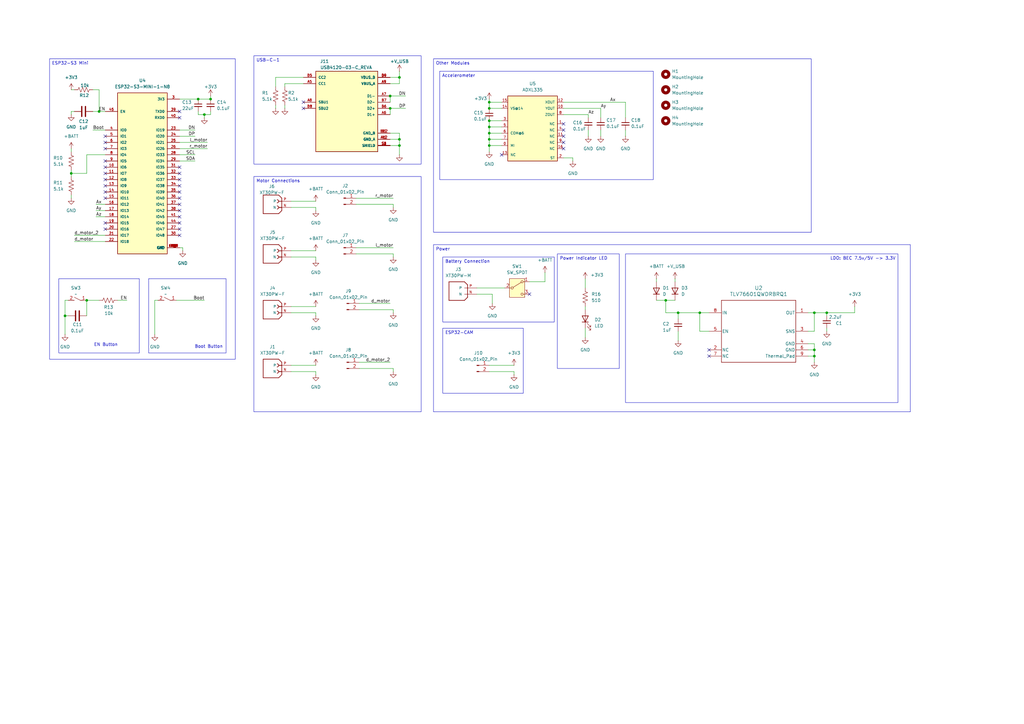
<source format=kicad_sch>
(kicad_sch (version 20231120) (generator "eeschema") (generator_version "8.0")
  (paper "A3")
  (junction (at 163.83 57.15))
  (junction (at 339.09 128.27))
  (junction (at 200.66 57.15))
  (junction (at 26.67 129.54))
  (junction (at 287.02 128.27))
  (junction (at 160.02 44.45))
  (junction (at 86.36 40.64))
  (junction (at 160.02 39.37))
  (junction (at 278.13 128.27))
  (junction (at 40.64 45.72))
  (junction (at 334.01 146.05))
  (junction (at 29.21 71.12))
  (junction (at 334.01 128.27))
  (junction (at 200.66 52.07))
  (junction (at 200.66 54.61))
  (junction (at 334.01 143.51))
  (junction (at 273.05 123.19))
  (junction (at 163.83 31.75))
  (junction (at 200.66 41.91))
  (junction (at 81.28 40.64))
  (junction (at 35.56 123.19))
  (junction (at 200.66 44.45))
  (junction (at 163.83 59.69))
  (junction (at 83.82 46.99))
  (junction (at 200.66 59.69))
  (junction (at 200.66 49.53))
  (no_connect (at 231.14 58.42))
  (no_connect (at 43.18 76.2))
  (no_connect (at 124.46 44.45))
  (no_connect (at 43.18 71.12))
  (no_connect (at 73.66 48.26))
  (no_connect (at 205.74 63.5))
  (no_connect (at 73.66 73.66))
  (no_connect (at 290.83 143.51))
  (no_connect (at 231.14 60.96))
  (no_connect (at 73.66 76.2))
  (no_connect (at 73.66 78.74))
  (no_connect (at 231.14 50.8))
  (no_connect (at 73.66 93.98))
  (no_connect (at 43.18 58.42))
  (no_connect (at 217.17 120.65))
  (no_connect (at 73.66 96.52))
  (no_connect (at 73.66 71.12))
  (no_connect (at 43.18 78.74))
  (no_connect (at 43.18 66.04))
  (no_connect (at 43.18 73.66))
  (no_connect (at 124.46 41.91))
  (no_connect (at 43.18 55.88))
  (no_connect (at 290.83 146.05))
  (no_connect (at 43.18 93.98))
  (no_connect (at 73.66 91.44))
  (no_connect (at 43.18 91.44))
  (no_connect (at 73.66 45.72))
  (no_connect (at 43.18 60.96))
  (no_connect (at 73.66 88.9))
  (no_connect (at 231.14 53.34))
  (no_connect (at 73.66 68.58))
  (no_connect (at 43.18 68.58))
  (no_connect (at 43.18 81.28))
  (no_connect (at 73.66 83.82))
  (no_connect (at 231.14 55.88))
  (no_connect (at 73.66 86.36))
  (no_connect (at 73.66 81.28))
  (wire (pts (xy 81.28 46.99) (xy 81.28 45.72)))
  (wire (pts (xy 331.47 135.89) (xy 334.01 135.89)))
  (wire (pts (xy 30.48 45.72) (xy 29.21 45.72)))
  (wire (pts (xy 73.66 55.88) (xy 80.01 55.88)))
  (wire (pts (xy 339.09 134.62) (xy 339.09 135.89)))
  (wire (pts (xy 113.03 31.75) (xy 113.03 35.56)))
  (wire (pts (xy 35.56 123.19) (xy 40.64 123.19)))
  (wire (pts (xy 200.66 54.61) (xy 200.66 57.15)))
  (wire (pts (xy 163.83 57.15) (xy 163.83 59.69)))
  (wire (pts (xy 200.66 54.61) (xy 205.74 54.61)))
  (wire (pts (xy 240.03 125.73) (xy 240.03 127)))
  (wire (pts (xy 119.38 82.55) (xy 129.54 82.55)))
  (wire (pts (xy 129.54 85.09) (xy 129.54 86.36)))
  (wire (pts (xy 116.84 44.45) (xy 116.84 43.18)))
  (wire (pts (xy 166.37 44.45) (xy 160.02 44.45)))
  (wire (pts (xy 331.47 146.05) (xy 334.01 146.05)))
  (wire (pts (xy 161.29 151.13) (xy 161.29 152.4)))
  (wire (pts (xy 339.09 128.27) (xy 339.09 129.54)))
  (wire (pts (xy 273.05 123.19) (xy 273.05 128.27)))
  (wire (pts (xy 116.84 34.29) (xy 116.84 35.56)))
  (wire (pts (xy 72.39 123.19) (xy 83.82 123.19)))
  (wire (pts (xy 200.66 59.69) (xy 200.66 62.23)))
  (wire (pts (xy 160.02 54.61) (xy 163.83 54.61)))
  (wire (pts (xy 116.84 34.29) (xy 124.46 34.29)))
  (wire (pts (xy 273.05 128.27) (xy 278.13 128.27)))
  (wire (pts (xy 160.02 34.29) (xy 163.83 34.29)))
  (wire (pts (xy 86.36 39.37) (xy 86.36 40.64)))
  (wire (pts (xy 217.17 115.57) (xy 223.52 115.57)))
  (wire (pts (xy 43.18 99.06) (xy 30.48 99.06)))
  (wire (pts (xy 119.38 105.41) (xy 129.54 105.41)))
  (wire (pts (xy 200.66 41.91) (xy 205.74 41.91)))
  (wire (pts (xy 63.5 123.19) (xy 63.5 137.16)))
  (wire (pts (xy 231.14 46.99) (xy 241.3 46.99)))
  (wire (pts (xy 161.29 127) (xy 161.29 128.27)))
  (wire (pts (xy 35.56 71.12) (xy 29.21 71.12)))
  (wire (pts (xy 119.38 152.4) (xy 129.54 152.4)))
  (wire (pts (xy 163.83 29.21) (xy 163.83 31.75)))
  (wire (pts (xy 26.67 123.19) (xy 27.94 123.19)))
  (wire (pts (xy 147.32 151.13) (xy 161.29 151.13)))
  (wire (pts (xy 231.14 41.91) (xy 256.54 41.91)))
  (wire (pts (xy 129.54 128.27) (xy 129.54 129.54)))
  (wire (pts (xy 39.37 88.9) (xy 43.18 88.9)))
  (wire (pts (xy 26.67 129.54) (xy 27.94 129.54)))
  (wire (pts (xy 287.02 128.27) (xy 287.02 135.89)))
  (wire (pts (xy 246.38 44.45) (xy 231.14 44.45)))
  (wire (pts (xy 113.03 31.75) (xy 124.46 31.75)))
  (wire (pts (xy 276.86 114.3) (xy 276.86 115.57)))
  (wire (pts (xy 86.36 46.99) (xy 86.36 45.72)))
  (wire (pts (xy 26.67 123.19) (xy 26.67 129.54)))
  (wire (pts (xy 246.38 53.34) (xy 246.38 55.88)))
  (wire (pts (xy 334.01 128.27) (xy 331.47 128.27)))
  (wire (pts (xy 278.13 130.81) (xy 278.13 128.27)))
  (wire (pts (xy 334.01 148.59) (xy 334.01 146.05)))
  (wire (pts (xy 30.48 36.83) (xy 29.21 36.83)))
  (wire (pts (xy 234.95 64.77) (xy 234.95 66.04)))
  (wire (pts (xy 161.29 104.14) (xy 161.29 105.41)))
  (wire (pts (xy 350.52 128.27) (xy 350.52 125.73)))
  (wire (pts (xy 48.26 123.19) (xy 52.07 123.19)))
  (wire (pts (xy 334.01 140.97) (xy 331.47 140.97)))
  (wire (pts (xy 43.18 63.5) (xy 35.56 63.5)))
  (wire (pts (xy 146.05 81.28) (xy 161.29 81.28)))
  (wire (pts (xy 35.56 123.19) (xy 35.56 129.54)))
  (wire (pts (xy 73.66 40.64) (xy 81.28 40.64)))
  (wire (pts (xy 163.83 31.75) (xy 163.83 34.29)))
  (wire (pts (xy 269.24 123.19) (xy 273.05 123.19)))
  (wire (pts (xy 160.02 57.15) (xy 163.83 57.15)))
  (wire (pts (xy 40.64 36.83) (xy 40.64 45.72)))
  (wire (pts (xy 119.38 125.73) (xy 129.54 125.73)))
  (wire (pts (xy 73.66 101.6) (xy 74.93 101.6)))
  (wire (pts (xy 195.58 120.65) (xy 201.93 120.65)))
  (wire (pts (xy 29.21 71.12) (xy 29.21 72.39)))
  (wire (pts (xy 256.54 41.91) (xy 256.54 48.26)))
  (wire (pts (xy 38.1 36.83) (xy 40.64 36.83)))
  (wire (pts (xy 200.66 49.53) (xy 205.74 49.53)))
  (wire (pts (xy 241.3 53.34) (xy 241.3 55.88)))
  (wire (pts (xy 331.47 143.51) (xy 334.01 143.51)))
  (wire (pts (xy 273.05 123.19) (xy 276.86 123.19)))
  (wire (pts (xy 160.02 41.91) (xy 160.02 39.37)))
  (wire (pts (xy 147.32 127) (xy 161.29 127)))
  (wire (pts (xy 119.38 128.27) (xy 129.54 128.27)))
  (wire (pts (xy 129.54 105.41) (xy 129.54 106.68)))
  (wire (pts (xy 43.18 96.52) (xy 30.48 96.52)))
  (wire (pts (xy 146.05 101.6) (xy 161.29 101.6)))
  (wire (pts (xy 200.66 59.69) (xy 205.74 59.69)))
  (wire (pts (xy 287.02 128.27) (xy 290.83 128.27)))
  (wire (pts (xy 29.21 69.85) (xy 29.21 71.12)))
  (wire (pts (xy 339.09 128.27) (xy 334.01 128.27)))
  (wire (pts (xy 73.66 58.42) (xy 85.09 58.42)))
  (wire (pts (xy 29.21 80.01) (xy 29.21 81.28)))
  (wire (pts (xy 80.01 63.5) (xy 73.66 63.5)))
  (wire (pts (xy 278.13 128.27) (xy 287.02 128.27)))
  (wire (pts (xy 147.32 148.59) (xy 160.02 148.59)))
  (wire (pts (xy 146.05 83.82) (xy 161.29 83.82)))
  (wire (pts (xy 231.14 64.77) (xy 234.95 64.77)))
  (wire (pts (xy 200.66 40.64) (xy 200.66 41.91)))
  (wire (pts (xy 166.37 39.37) (xy 160.02 39.37)))
  (wire (pts (xy 73.66 53.34) (xy 80.01 53.34)))
  (wire (pts (xy 146.05 104.14) (xy 161.29 104.14)))
  (wire (pts (xy 83.82 48.26) (xy 83.82 46.99)))
  (wire (pts (xy 334.01 146.05) (xy 334.01 143.51)))
  (wire (pts (xy 163.83 54.61) (xy 163.83 57.15)))
  (wire (pts (xy 200.66 57.15) (xy 200.66 59.69)))
  (wire (pts (xy 81.28 40.64) (xy 86.36 40.64)))
  (wire (pts (xy 40.64 45.72) (xy 43.18 45.72)))
  (wire (pts (xy 160.02 59.69) (xy 163.83 59.69)))
  (wire (pts (xy 200.66 41.91) (xy 200.66 44.45)))
  (wire (pts (xy 26.67 129.54) (xy 26.67 137.16)))
  (wire (pts (xy 200.66 149.86) (xy 210.82 149.86)))
  (wire (pts (xy 39.37 86.36) (xy 43.18 86.36)))
  (wire (pts (xy 200.66 49.53) (xy 200.66 52.07)))
  (wire (pts (xy 163.83 59.69) (xy 163.83 63.5)))
  (wire (pts (xy 83.82 46.99) (xy 86.36 46.99)))
  (wire (pts (xy 200.66 52.07) (xy 200.66 54.61)))
  (wire (pts (xy 63.5 123.19) (xy 64.77 123.19)))
  (wire (pts (xy 256.54 53.34) (xy 256.54 55.88)))
  (wire (pts (xy 113.03 44.45) (xy 113.03 43.18)))
  (wire (pts (xy 160.02 31.75) (xy 163.83 31.75)))
  (wire (pts (xy 200.66 44.45) (xy 205.74 44.45)))
  (wire (pts (xy 119.38 85.09) (xy 129.54 85.09)))
  (wire (pts (xy 334.01 135.89) (xy 334.01 128.27)))
  (wire (pts (xy 161.29 83.82) (xy 161.29 85.09)))
  (wire (pts (xy 29.21 45.72) (xy 29.21 46.99)))
  (wire (pts (xy 241.3 46.99) (xy 241.3 48.26)))
  (wire (pts (xy 160.02 46.99) (xy 160.02 44.45)))
  (wire (pts (xy 73.66 60.96) (xy 85.09 60.96)))
  (wire (pts (xy 200.66 57.15) (xy 205.74 57.15)))
  (wire (pts (xy 129.54 152.4) (xy 129.54 153.67)))
  (wire (pts (xy 119.38 149.86) (xy 129.54 149.86)))
  (wire (pts (xy 269.24 114.3) (xy 269.24 115.57)))
  (wire (pts (xy 81.28 46.99) (xy 83.82 46.99)))
  (wire (pts (xy 278.13 135.89) (xy 278.13 139.7)))
  (wire (pts (xy 35.56 63.5) (xy 35.56 71.12)))
  (wire (pts (xy 29.21 60.96) (xy 29.21 62.23)))
  (wire (pts (xy 195.58 118.11) (xy 207.01 118.11)))
  (wire (pts (xy 39.37 83.82) (xy 43.18 83.82)))
  (wire (pts (xy 200.66 152.4) (xy 210.82 152.4)))
  (wire (pts (xy 80.01 66.04) (xy 73.66 66.04)))
  (wire (pts (xy 350.52 128.27) (xy 339.09 128.27)))
  (wire (pts (xy 223.52 111.76) (xy 223.52 115.57)))
  (wire (pts (xy 287.02 135.89) (xy 290.83 135.89)))
  (wire (pts (xy 38.1 45.72) (xy 40.64 45.72)))
  (wire (pts (xy 246.38 48.26) (xy 246.38 44.45)))
  (wire (pts (xy 240.03 114.3) (xy 240.03 118.11)))
  (wire (pts (xy 119.38 102.87) (xy 129.54 102.87)))
  (wire (pts (xy 147.32 124.46) (xy 160.02 124.46)))
  (wire (pts (xy 210.82 152.4) (xy 210.82 153.67)))
  (wire (pts (xy 38.1 53.34) (xy 43.18 53.34)))
  (wire (pts (xy 240.03 134.62) (xy 240.03 138.43)))
  (wire (pts (xy 74.93 101.6) (xy 74.93 102.87)))
  (wire (pts (xy 334.01 143.51) (xy 334.01 140.97)))
  (wire (pts (xy 201.93 120.65) (xy 201.93 124.46)))
  (wire (pts (xy 200.66 52.07) (xy 205.74 52.07)))
  (rectangle (start 24.13 114.3) (end 57.15 144.78))
  (rectangle (start 60.96 114.3) (end 92.71 144.78))
  (text_box "LDO: BEC 7.5v/5V -> 3.3V\n" (at 256.54 104.14 0) (size 111.76 60.96) (effects (font (size 1.27 1.27)) (justify right top)))
  (text_box "USB-C-1\n" (at 104.14 22.86 0) (size 68.58 44.45) (effects (font (size 1.27 1.27)) (justify left top)))
  (text_box "Other Modules\n" (at 177.8 24.13 0) (size 154.94 71.12) (effects (font (size 1.27 1.27)) (justify left top)))
  (text_box "ESP32-S3 Mini\n" (at 20.32 24.13 0) (size 76.2 123.19) (effects (font (size 1.27 1.27)) (justify left top)))
  (text_box "Accelerometer\n" (at 180.34 29.21 0) (size 87.63 44.45) (effects (font (size 1.27 1.27)) (justify left top)))
  (text_box "Power" (at 177.8 100.33 0) (size 195.58 68.58) (effects (font (size 1.27 1.27)) (justify left top)))
  (text_box "Motor Connections\n" (at 104.14 72.39 0) (size 68.58 96.52) (effects (font (size 1.27 1.27)) (justify left top)))
  (text_box "ESP32-CAM\n" (at 181.61 134.62 0) (size 33.02 26.67) (effects (font (size 1.27 1.27)) (justify left top)))
  (text_box "Battery Connection \n" (at 181.61 105.41 0) (size 45.72 26.67) (effects (font (size 1.27 1.27)) (justify left top)))
  (text_box "Power Indicator LED" (at 228.6 104.14 0) (size 25.4 46.99) (effects (font (size 1.27 1.27)) (justify left top)))
  (text "Boot Button \n" (at 86.106 142.24 0) (effects (font (size 1.27 1.27))))
  (text "EN Button\n" (at 43.434 141.478 0) (effects (font (size 1.27 1.27))))
  (label "Boot" (at 83.82 123.19 180))
  (label "Ay" (at 39.37 86.36 0))
  (label "Ax" (at 250.19 41.91 0))
  (label "r_motor" (at 161.29 81.28 180))
  (label "SDA" (at 80.01 66.04 180))
  (label "EN" (at 43.18 45.72 180))
  (label "d_motor" (at 30.48 99.06 0))
  (label "Az" (at 241.3 46.99 0))
  (label "SCL" (at 80.01 63.5 180))
  (label "l_motor" (at 85.09 58.42 180))
  (label "d_motor_2" (at 160.02 148.59 180))
  (label "DP" (at 80.01 55.88 180))
  (label "DN" (at 166.37 39.37 180))
  (label "DN" (at 80.01 53.34 180))
  (label "r_motor" (at 85.09 60.96 180))
  (label "Az" (at 39.37 88.9 0))
  (label "d_motor_2" (at 30.48 96.52 0))
  (label "DP" (at 166.37 44.45 180))
  (label "Ay" (at 246.38 44.45 0))
  (label "Boot" (at 38.1 53.34 0))
  (label "EN" (at 52.07 123.19 180))
  (label "d_motor" (at 160.02 124.46 180))
  (label "Ax" (at 39.37 83.82 0))
  (label "l_motor" (at 161.29 101.6 180))
  (symbol (lib_id "Connector:Conn_01x02_Pin") (at 195.58 149.86 0) (unit 1)
    (property "Reference" "J10" (at 196.215 144.78 0))
    (property "Value" "Conn_01x02_Pin" (at 196.215 147.32 0))
    (property "Footprint" "Connector_PinHeader_2.54mm:PinHeader_1x02_P2.54mm_Horizontal" (effects (hide yes)))
    (property "Description" "Generic connector, single row, 01x02, script generated" (effects (hide yes)))
  )
  (symbol (lib_id "TLV6601:TLV76601QWDRBRQ1") (at 290.83 128.27 0) (unit 1)
    (property "Reference" "U2" (at 311.15 118.11 0) (effects (font (size 1.524 1.524))))
    (property "Value" "TLV76601QWDRBRQ1" (at 311.15 120.65 0) (effects (font (size 1.524 1.524))))
    (property "Footprint" "TLV76601:DRB0008J-IPC_A" (effects (hide yes)))
    (property "Datasheet" "TLV76601QWDRBRQ1" (effects (hide yes)))
    (property "MANUFACTURER" "TLV76633QWDRBRQ1" (effects (hide yes)))
  )
  (symbol (lib_id "Mechanical:MountingHole") (at 273.05 30.48 0) (unit 1)
    (property "Reference" "H1" (at 275.59 29.2099 0) (effects (justify left)))
    (property "Value" "MountingHole" (at 275.59 31.7499 0) (effects (justify left)))
    (property "Footprint" "MountingHole:MountingHole_3.2mm_M3_DIN965" (effects (hide yes)))
    (property "Description" "Mounting Hole without connection" (effects (hide yes)))
  )
  (symbol (lib_id "power:+3V3") (at 29.21 36.83 0) (unit 1)
    (property "Reference" "#PWR039" (effects (hide yes)))
    (property "Value" "+3V3" (at 29.21 31.75 0))
    (property "Description" "Power symbol creates a global label with name \"+3V3\"" (effects (hide yes)))
  )
  (symbol (lib_id "Device:C_Small") (at 339.09 132.08 180) (unit 1)
    (property "Reference" "C1" (at 345.44 132.588 0) (effects (justify left)))
    (property "Value" "2.2uF" (at 345.44 130.048 0) (effects (justify left)))
    (property "Footprint" "Capacitor_SMD:C_0402_1005Metric" (effects (hide yes)))
    (property "Description" "Unpolarized capacitor, small symbol" (effects (hide yes)))
    (property "MANUFACTURER" "GRM155R71C104JA88D" (effects (hide yes)))
  )
  (symbol (lib_id "Connector:Conn_01x02_Pin") (at 140.97 81.28 0) (unit 1)
    (property "Reference" "J2" (at 141.605 76.2 0))
    (property "Value" "Conn_01x02_Pin" (at 141.605 78.74 0))
    (property "Footprint" "Connector_PinHeader_2.54mm:PinHeader_1x02_P2.54mm_Horizontal" (effects (hide yes)))
    (property "Description" "Generic connector, single row, 01x02, script generated" (effects (hide yes)))
  )
  (symbol (lib_id "power:GND") (at 234.95 66.04 0) (unit 1)
    (property "Reference" "#PWR09" (effects (hide yes)))
    (property "Value" "GND" (at 234.95 71.12 0))
    (property "Description" "Power symbol creates a global label with name \"GND\" , ground" (effects (hide yes)))
  )
  (symbol (lib_id "Switch:SW_SPDT") (at 212.09 118.11 0) (unit 1)
    (property "Reference" "SW1" (at 212.09 109.22 0))
    (property "Value" "SW_SPDT" (at 212.09 111.76 0))
    (property "Footprint" "JS102011JAQN:SW_JS102011JAQN" (effects (hide yes)))
    (property "Description" "Switch, single pole double throw" (effects (hide yes)))
  )
  (symbol (lib_id "power:GND") (at 200.66 62.23 0) (unit 1)
    (property "Reference" "#PWR060" (effects (hide yes)))
    (property "Value" "GND" (at 200.66 67.31 0))
    (property "Description" "Power symbol creates a global label with name \"GND\" , ground" (effects (hide yes)))
  )
  (symbol (lib_id "Device:R_US") (at 29.21 76.2 0) (unit 1)
    (property "Reference" "R11" (at 21.844 74.93 0) (effects (justify left)))
    (property "Value" "5.1k" (at 21.844 77.47 0) (effects (justify left)))
    (property "Footprint" "Resistor_SMD:R_0402_1005Metric" (effects (hide yes)))
    (property "Description" "Resistor, US symbol" (effects (hide yes)))
    (property "MANUFACTURER" "ERA-2AED512X" (effects (hide yes)))
  )
  (symbol (lib_id "power:GND") (at 161.29 85.09 0) (unit 1)
    (property "Reference" "#PWR015" (effects (hide yes)))
    (property "Value" "GND" (at 161.29 90.17 0))
    (property "Description" "Power symbol creates a global label with name \"GND\" , ground" (effects (hide yes)))
  )
  (symbol (lib_id "power:GND") (at 334.01 148.59 0) (mirror y) (unit 1)
    (property "Reference" "#PWR018" (effects (hide yes)))
    (property "Value" "GND" (at 334.01 153.67 0))
    (property "Description" "Power symbol creates a global label with name \"GND\" , ground" (effects (hide yes)))
  )
  (symbol (lib_id "Device:R_US") (at 34.29 36.83 90) (unit 1)
    (property "Reference" "R12" (at 34.544 39.116 90))
    (property "Value" "10k" (at 34.798 35.052 90))
    (property "Footprint" "Resistor_SMD:R_0402_1005Metric" (effects (hide yes)))
    (property "Description" "Resistor, US symbol" (effects (hide yes)))
    (property "MANUFACTURER" "ERA-2AED104X" (effects (hide yes)))
  )
  (symbol (lib_id "Mechanical:MountingHole") (at 273.05 36.83 0) (unit 1)
    (property "Reference" "H2" (at 275.59 35.5599 0) (effects (justify left)))
    (property "Value" "MountingHole" (at 275.59 38.0999 0) (effects (justify left)))
    (property "Footprint" "MountingHole:MountingHole_3.2mm_M3_DIN965" (effects (hide yes)))
    (property "Description" "Mounting Hole without connection" (effects (hide yes)))
  )
  (symbol (lib_id "power:GND") (at 161.29 128.27 0) (unit 1)
    (property "Reference" "#PWR056" (effects (hide yes)))
    (property "Value" "GND" (at 161.29 133.35 0))
    (property "Description" "Power symbol creates a global label with name \"GND\" , ground" (effects (hide yes)))
  )
  (symbol (lib_id "Device:C") (at 34.29 45.72 90) (unit 1)
    (property "Reference" "C12" (at 34.29 49.784 90))
    (property "Value" "1uF" (at 34.29 52.324 90))
    (property "Footprint" "Capacitor_SMD:C_0402_1005Metric" (effects (hide yes)))
    (property "Description" "Unpolarized capacitor" (effects (hide yes)))
    (property "MANUFACTURER" "GRM155C81A105KA12J" (effects (hide yes)))
  )
  (symbol (lib_id "Connector:Conn_01x02_Pin") (at 142.24 148.59 0) (unit 1)
    (property "Reference" "J8" (at 142.875 143.51 0))
    (property "Value" "Conn_01x02_Pin" (at 142.875 146.05 0))
    (property "Footprint" "Connector_PinHeader_2.54mm:PinHeader_1x02_P2.54mm_Horizontal" (effects (hide yes)))
    (property "Description" "Generic connector, single row, 01x02, script generated" (effects (hide yes)))
  )
  (symbol (lib_id "Device:R_US") (at 44.45 123.19 90) (unit 1)
    (property "Reference" "R13" (at 46.482 125.984 90) (effects (justify left)))
    (property "Value" "10k" (at 46.482 128.524 90) (effects (justify left)))
    (property "Footprint" "Resistor_SMD:R_0402_1005Metric" (effects (hide yes)))
    (property "Description" "Resistor, US symbol" (effects (hide yes)))
    (property "MANUFACTURER" "ERA-2AED512X" (effects (hide yes)))
  )
  (symbol (lib_id "power:+7.5V") (at 129.54 82.55 0) (unit 1)
    (property "Reference" "#PWR049" (effects (hide yes)))
    (property "Value" "+BATT" (at 129.54 77.47 0))
    (property "Description" "Power symbol creates a global label with name \"+7.5V\"" (effects (hide yes)))
  )
  (symbol (lib_id "power:+7.5V") (at 129.54 102.87 0) (unit 1)
    (property "Reference" "#PWR051" (effects (hide yes)))
    (property "Value" "+BATT" (at 129.54 97.79 0))
    (property "Description" "Power symbol creates a global label with name \"+7.5V\"" (effects (hide yes)))
  )
  (symbol (lib_id "ADXL335:ADXL335") (at 218.44 49.53 0) (unit 1)
    (property "Reference" "U5" (at 218.44 34.29 0))
    (property "Value" "ADXL335" (at 218.44 36.83 0))
    (property "Footprint" "ADXL335:LFCSP-16" (effects (hide yes)))
    (property "Datasheet" "https://www.analog.com/media/en/technical-documentation/data-sheets/adxl335.pdf" (effects (hide yes)))
    (property "MF" "Analog Devices" (effects (hide yes)))
    (property "Description_1" "\nAccelerometers nalog Output Three-Axis Accel\n" (effects (hide yes)))
    (property "Package" "None" (effects (hide yes)))
    (property "Price" "None" (effects (hide yes)))
    (property "SnapEDA_Link" "https://www.snapeda.com/parts/ADXL335/Analog+Devices/view-part/?ref=snap" (effects (hide yes)))
    (property "MP" "ADXL335" (effects (hide yes)))
    (property "Purchase-URL" "https://www.snapeda.com/api/url_track_click_mouser/?unipart_id=13685571&manufacturer=Analog Devices&part_name=ADXL335&search_term=adxl335" (effects (hide yes)))
    (property "Availability" "In Stock" (effects (hide yes)))
    (property "Check_prices" "https://www.snapeda.com/parts/ADXL335/Analog+Devices/view-part/?ref=eda" (effects (hide yes)))
    (property "MANUFACTURER" "ADXL335BCPZ" (effects (hide yes)))
  )
  (symbol (lib_id "power:GND") (at 161.29 105.41 0) (unit 1)
    (property "Reference" "#PWR014" (effects (hide yes)))
    (property "Value" "GND" (at 161.29 110.49 0))
    (property "Description" "Power symbol creates a global label with name \"GND\" , ground" (effects (hide yes)))
  )
  (symbol (lib_id "power:GND") (at 26.67 137.16 0) (unit 1)
    (property "Reference" "#PWR038" (effects (hide yes)))
    (property "Value" "GND" (at 26.67 142.24 0))
    (property "Description" "Power symbol creates a global label with name \"GND\" , ground" (effects (hide yes)))
  )
  (symbol (lib_id "power:+5V") (at 276.86 114.3 0) (unit 1)
    (property "Reference" "#PWR06" (effects (hide yes)))
    (property "Value" "+V_USB" (at 273.304 109.22 0) (effects (justify left)))
    (property "Description" "Power symbol creates a global label with name \"+5V\"" (effects (hide yes)))
  )
  (symbol (lib_id "power:GND") (at 246.38 55.88 0) (unit 1)
    (property "Reference" "#PWR066" (effects (hide yes)))
    (property "Value" "GND" (at 246.38 60.96 0))
    (property "Description" "Power symbol creates a global label with name \"GND\" , ground" (effects (hide yes)))
  )
  (symbol (lib_id "power:GND") (at 83.82 48.26 0) (unit 1)
    (property "Reference" "#PWR045" (effects (hide yes)))
    (property "Value" "GND" (effects (hide yes)))
  )
  (symbol (lib_id "power:GND") (at 201.93 124.46 0) (unit 1)
    (property "Reference" "#PWR062" (effects (hide yes)))
    (property "Value" "GND" (at 201.93 129.54 0))
    (property "Description" "Power symbol creates a global label with name \"GND\" , ground" (effects (hide yes)))
  )
  (symbol (lib_id "power:GND") (at 29.21 46.99 0) (unit 1)
    (property "Reference" "#PWR040" (effects (hide yes)))
    (property "Value" "GND" (at 29.21 52.07 0))
    (property "Description" "Power symbol creates a global label with name \"GND\" , ground" (effects (hide yes)))
  )
  (symbol (lib_id "Device:R_US") (at 113.03 39.37 0) (unit 1)
    (property "Reference" "R1" (at 107.442 38.1 0) (effects (justify left)))
    (property "Value" "5.1k" (at 107.442 40.64 0) (effects (justify left)))
    (property "Footprint" "Resistor_SMD:R_0402_1005Metric" (effects (hide yes)))
    (property "MANUFACTURER" "ERA-2AED512X" (effects (hide yes)))
  )
  (symbol (lib_id "power:GND") (at 161.29 152.4 0) (unit 1)
    (property "Reference" "#PWR04" (effects (hide yes)))
    (property "Value" "GND" (at 161.29 157.48 0))
    (property "Description" "Power symbol creates a global label with name \"GND\" , ground" (effects (hide yes)))
  )
  (symbol (lib_id "Device:LED") (at 240.03 130.81 90) (unit 1)
    (property "Reference" "D2" (at 243.84 131.1274 90) (effects (justify right)))
    (property "Value" "LED" (at 243.84 133.6674 90) (effects (justify right)))
    (property "Footprint" "LED_SMD:LED_0603_1608Metric" (effects (hide yes)))
    (property "Description" "Light emitting diode" (effects (hide yes)))
    (property "MANUFACTURER" "APHHS1005SURCK " (effects (hide yes)))
  )
  (symbol (lib_id "power:GND") (at 339.09 135.89 0) (unit 1)
    (property "Reference" "#PWR08" (effects (hide yes)))
    (property "Value" "GND" (at 339.09 140.97 0))
    (property "Description" "Power symbol creates a global label with name \"GND\" , ground" (effects (hide yes)))
  )
  (symbol (lib_id "Device:C_Small") (at 241.3 50.8 0) (unit 1)
    (property "Reference" "C16" (at 234.95 50.292 0) (effects (justify left)))
    (property "Value" "0.1uF" (at 234.95 52.832 0) (effects (justify left)))
    (property "Footprint" "Capacitor_SMD:C_0402_1005Metric" (effects (hide yes)))
    (property "Description" "Unpolarized capacitor, small symbol" (effects (hide yes)))
    (property "MANUFACTURER" "GRM155R71C104JA88D" (effects (hide yes)))
  )
  (symbol (lib_id "Device:R_US") (at 116.84 39.37 0) (unit 1)
    (property "Reference" "R2" (at 118.11 38.1 0) (effects (justify left)))
    (property "Value" "5.1k" (at 118.11 40.64 0) (effects (justify left)))
    (property "Footprint" "Resistor_SMD:R_0402_1005Metric" (effects (hide yes)))
    (property "MANUFACTURER" "ERA-2AED512X" (effects (hide yes)))
  )
  (symbol (lib_id "Device:C_Small") (at 200.66 46.99 0) (unit 1)
    (property "Reference" "C15" (at 194.31 46.228 0) (effects (justify left)))
    (property "Value" "0.1uF" (at 194.31 48.768 0) (effects (justify left)))
    (property "Footprint" "Capacitor_SMD:C_0402_1005Metric" (effects (hide yes)))
    (property "Description" "Unpolarized capacitor, small symbol" (effects (hide yes)))
    (property "MANUFACTURER" "GRM155R71C104JA88D" (effects (hide yes)))
  )
  (symbol (lib_id "power:+3V3") (at 200.66 40.64 0) (unit 1)
    (property "Reference" "#PWR059" (effects (hide yes)))
    (property "Value" "+3V3" (at 197.104 40.386 0))
    (property "Description" "Power symbol creates a global label with name \"+3V3\"" (effects (hide yes)))
  )
  (symbol (lib_id "USB4120-03-C_REVA:USB4120-03-C_REVA") (at 140.97 78.74 0) (unit 1)
    (property "Reference" "J11" (at 133.096 25.146 0))
    (property "Value" "USB4120-03-C_REVA" (at 141.986 27.686 0))
    (property "Footprint" "USB4120-03-C_REVA:GCT_USB4120-03-C_REVA" (effects (hide yes)))
    (property "MF" "Global Connector Technology" (effects (hide yes)))
    (property "MAXIMUM_PACKAGE_HEIGHT" "6.5mm" (effects (hide yes)))
    (property "Package" "None" (effects (hide yes)))
    (property "Price" "None" (effects (hide yes)))
    (property "Check_prices" "https://www.snapeda.com/parts/USB4120-03-C/Global+Connector+Technology/view-part/?ref=eda" (effects (hide yes)))
    (property "STANDARD" "Manufacturer Recommendations" (effects (hide yes)))
    (property "PARTREV" "A" (effects (hide yes)))
    (property "SnapEDA_Link" "https://www.snapeda.com/parts/USB4120-03-C/Global+Connector+Technology/view-part/?ref=snap" (effects (hide yes)))
    (property "MP" "USB4120-03-C" (effects (hide yes)))
    (property "Purchase-URL" "https://www.snapeda.com/api/url_track_click_mouser/?unipart_id=5160677&manufacturer=Global Connector Technology&part_name=USB4120-03-C&search_term=None" (effects (hide yes)))
    (property "Description_1" "\nUSB 2.0 Connector Type C Vertical Receptacle, 6.50mm profile, 16 Pins, Surface mount, Top mount, low profile, low cost\n" (effects (hide yes)))
    (property "Availability" "Not in stock" (effects (hide yes)))
    (property "MANUFACTURER" "GCT" (effects (hide yes)))
  )
  (symbol (lib_id "power:+5V") (at 163.83 29.21 0) (unit 1)
    (property "Reference" "#PWR021" (effects (hide yes)))
    (property "Value" "+V_USB" (at 160.02 25.146 0) (effects (justify left)))
    (property "Description" "Power symbol creates a global label with name \"+5V\"" (effects (hide yes)))
  )
  (symbol (lib_id "power:GND") (at 241.3 55.88 0) (unit 1)
    (property "Reference" "#PWR063" (effects (hide yes)))
    (property "Value" "GND" (at 241.3 60.96 0))
    (property "Description" "Power symbol creates a global label with name \"GND\" , ground" (effects (hide yes)))
  )
  (symbol (lib_id "Mechanical:MountingHole") (at 273.05 49.53 0) (unit 1)
    (property "Reference" "H4" (at 275.59 48.2599 0) (effects (justify left)))
    (property "Value" "MountingHole" (at 275.59 50.7999 0) (effects (justify left)))
    (property "Footprint" "MountingHole:MountingHole_3.2mm_M3_DIN965" (effects (hide yes)))
    (property "Description" "Mounting Hole without connection" (effects (hide yes)))
  )
  (symbol (lib_id "custom:rockerSwitch") (at 30.48 124.46 0) (unit 1)
    (property "Reference" "SW3" (at 31.115 118.11 0))
    (property "Value" "~" (at 31.115 120.65 0))
    (property "Footprint" "customFootprints:rockerSwitch-434133025816" (effects (hide yes)))
    (property "MANUFACTURER" "434133025816 " (effects (hide yes)))
  )
  (symbol (lib_id "Device:R_US") (at 240.03 121.92 0) (unit 1)
    (property "Reference" "R16" (at 242.57 120.6499 0) (effects (justify left)))
    (property "Value" "510" (at 242.57 123.1899 0) (effects (justify left)))
    (property "Footprint" "Resistor_SMD:R_0402_1005Metric" (effects (hide yes)))
    (property "Description" "Resistor, US symbol" (effects (hide yes)))
    (property "MANUFACTURER" " ERJ-2BQJR51X " (effects (hide yes)))
  )
  (symbol (lib_id "XT30PW-F:XT30PW-F") (at 115.57 102.87 0) (unit 1)
    (property "Reference" "J5" (at 111.76 95.25 0))
    (property "Value" "XT30PW-F" (at 111.76 97.79 0))
    (property "Footprint" "XT30PW-F:AMASS_XT30PW-F" (effects (hide yes)))
    (property "MF" "amass" (effects (hide yes)))
    (property "MAXIMUM_PACKAGE_HEIGHT" "5 mm" (effects (hide yes)))
    (property "Package" "None" (effects (hide yes)))
    (property "Price" "None" (effects (hide yes)))
    (property "Check_prices" "https://www.snapeda.com/parts/XT30PW-F/AMASS/view-part/?ref=eda" (effects (hide yes)))
    (property "STANDARD" "Manufacturer Recommendations" (effects (hide yes)))
    (property "PARTREV" "1.2" (effects (hide yes)))
    (property "SnapEDA_Link" "https://www.snapeda.com/parts/XT30PW-F/AMASS/view-part/?ref=snap" (effects (hide yes)))
    (property "MP" "XT30PW-F" (effects (hide yes)))
    (property "Description_1" "\nSocket; DC supply; XT30; female; PIN: 2; on PCBs; THT; yellow; 15A\n" (effects (hide yes)))
    (property "MANUFACTURER" "Amass" (effects (hide yes)))
    (property "Availability" "Not in stock" (effects (hide yes)))
    (property "SNAPEDA_PN" "XT30PW-F" (effects (hide yes)))
  )
  (symbol (lib_id "power:+7.5V") (at 129.54 125.73 0) (unit 1)
    (property "Reference" "#PWR053" (effects (hide yes)))
    (property "Value" "+BATT" (at 129.54 120.65 0))
    (property "Description" "Power symbol creates a global label with name \"+7.5V\"" (effects (hide yes)))
  )
  (symbol (lib_id "power:GND") (at 163.83 63.5 0) (unit 1)
    (property "Reference" "#PWR022" (effects (hide yes)))
    (property "Value" "GND" (effects (hide yes)))
  )
  (symbol (lib_id "Connector:Conn_01x02_Pin") (at 142.24 124.46 0) (unit 1)
    (property "Reference" "J9" (at 142.875 119.38 0))
    (property "Value" "Conn_01x02_Pin" (at 142.875 121.92 0))
    (property "Footprint" "Connector_PinHeader_2.54mm:PinHeader_1x02_P2.54mm_Horizontal" (effects (hide yes)))
    (property "Description" "Generic connector, single row, 01x02, script generated" (effects (hide yes)))
  )
  (symbol (lib_id "power:GND") (at 240.03 138.43 0) (unit 1)
    (property "Reference" "#PWR065" (effects (hide yes)))
    (property "Value" "GND" (at 240.03 143.51 0))
    (property "Description" "Power symbol creates a global label with name \"GND\" , ground" (effects (hide yes)))
  )
  (symbol (lib_id "power:GND") (at 129.54 86.36 0) (unit 1)
    (property "Reference" "#PWR050" (effects (hide yes)))
    (property "Value" "GND" (at 129.54 91.44 0))
    (property "Description" "Power symbol creates a global label with name \"GND\" , ground" (effects (hide yes)))
  )
  (symbol (lib_id "Device:C_Small") (at 246.38 50.8 0) (unit 1)
    (property "Reference" "C17" (at 248.666 49.276 0) (effects (justify left)))
    (property "Value" "0.1uF" (at 248.666 51.816 0) (effects (justify left)))
    (property "Footprint" "Capacitor_SMD:C_0402_1005Metric" (effects (hide yes)))
    (property "Description" "Unpolarized capacitor, small symbol" (effects (hide yes)))
    (property "MANUFACTURER" "GRM155R71C104JA88D" (effects (hide yes)))
  )
  (symbol (lib_id "power:+BATT") (at 269.24 114.3 0) (unit 1)
    (property "Reference" "#PWR05" (effects (hide yes)))
    (property "Value" "+BATT" (at 269.24 109.22 0))
    (property "Description" "Power symbol creates a global label with name \"+BATT\"" (effects (hide yes)))
  )
  (symbol (lib_id "XT30PW-F:XT30PW-F") (at 115.57 125.73 0) (unit 1)
    (property "Reference" "J4" (at 111.76 118.11 0))
    (property "Value" "XT30PW-F" (at 111.76 120.65 0))
    (property "Footprint" "XT30PW-F:AMASS_XT30PW-F" (effects (hide yes)))
    (property "MF" "amass" (effects (hide yes)))
    (property "MAXIMUM_PACKAGE_HEIGHT" "5 mm" (effects (hide yes)))
    (property "Package" "None" (effects (hide yes)))
    (property "Price" "None" (effects (hide yes)))
    (property "Check_prices" "https://www.snapeda.com/parts/XT30PW-F/AMASS/view-part/?ref=eda" (effects (hide yes)))
    (property "STANDARD" "Manufacturer Recommendations" (effects (hide yes)))
    (property "PARTREV" "1.2" (effects (hide yes)))
    (property "SnapEDA_Link" "https://www.snapeda.com/parts/XT30PW-F/AMASS/view-part/?ref=snap" (effects (hide yes)))
    (property "MP" "XT30PW-F" (effects (hide yes)))
    (property "Description_1" "\nSocket; DC supply; XT30; female; PIN: 2; on PCBs; THT; yellow; 15A\n" (effects (hide yes)))
    (property "MANUFACTURER" "Amass" (effects (hide yes)))
    (property "Availability" "Not in stock" (effects (hide yes)))
    (property "SNAPEDA_PN" "XT30PW-F" (effects (hide yes)))
  )
  (symbol (lib_id "power:+3V3") (at 240.03 114.3 0) (unit 1)
    (property "Reference" "#PWR064" (effects (hide yes)))
    (property "Value" "+3V3" (at 244.856 112.776 0))
    (property "Description" "Power symbol creates a global label with name \"+3V3\"" (effects (hide yes)))
  )
  (symbol (lib_id "power:GND") (at 278.13 139.7 0) (unit 1)
    (property "Reference" "#PWR03" (effects (hide yes)))
    (property "Value" "GND" (at 278.13 144.78 0))
    (property "Description" "Power symbol creates a global label with name \"GND\" , ground" (effects (hide yes)))
  )
  (symbol (lib_id "XT30PW-F:XT30PW-F") (at 115.57 82.55 0) (unit 1)
    (property "Reference" "J6" (at 111.506 76.454 0))
    (property "Value" "XT30PW-F" (at 111.506 78.994 0))
    (property "Footprint" "XT30PW-F:AMASS_XT30PW-F" (effects (hide yes)))
    (property "MF" "amass" (effects (hide yes)))
    (property "MAXIMUM_PACKAGE_HEIGHT" "5 mm" (effects (hide yes)))
    (property "Package" "None" (effects (hide yes)))
    (property "Price" "None" (effects (hide yes)))
    (property "Check_prices" "https://www.snapeda.com/parts/XT30PW-F/AMASS/view-part/?ref=eda" (effects (hide yes)))
    (property "STANDARD" "Manufacturer Recommendations" (effects (hide yes)))
    (property "PARTREV" "1.2" (effects (hide yes)))
    (property "SnapEDA_Link" "https://www.snapeda.com/parts/XT30PW-F/AMASS/view-part/?ref=snap" (effects (hide yes)))
    (property "MP" "XT30PW-F" (effects (hide yes)))
    (property "Description_1" "\nSocket; DC supply; XT30; female; PIN: 2; on PCBs; THT; yellow; 15A\n" (effects (hide yes)))
    (property "MANUFACTURER" "Amass" (effects (hide yes)))
    (property "Availability" "Not in stock" (effects (hide yes)))
    (property "SNAPEDA_PN" "XT30PW-F" (effects (hide yes)))
  )
  (symbol (lib_id "power:GND") (at 116.84 44.45 0) (unit 1)
    (property "Reference" "#PWR020" (effects (hide yes)))
    (property "Value" "GND" (effects (hide yes)))
  )
  (symbol (lib_id "power:GND") (at 113.03 44.45 0) (unit 1)
    (property "Reference" "#PWR019" (effects (hide yes)))
    (property "Value" "GND" (effects (hide yes)))
  )
  (symbol (lib_id "Device:C") (at 31.75 129.54 90) (unit 1)
    (property "Reference" "C11" (at 31.75 133.096 90))
    (property "Value" "0.1uF" (at 31.75 135.636 90))
    (property "Footprint" "Capacitor_SMD:C_0402_1005Metric" (effects (hide yes)))
    (property "Description" "Unpolarized capacitor" (effects (hide yes)))
    (property "MANUFACTURER" "GRM155R71C104JA88D" (effects (hide yes)))
  )
  (symbol (lib_id "Device:R_US") (at 29.21 66.04 0) (unit 1)
    (property "Reference" "R10" (at 21.844 64.77 0) (effects (justify left)))
    (property "Value" "5.1k" (at 21.844 67.31 0) (effects (justify left)))
    (property "Footprint" "Resistor_SMD:R_0402_1005Metric" (effects (hide yes)))
    (property "Description" "Resistor, US symbol" (effects (hide yes)))
    (property "MANUFACTURER" "ERJ-2RKF7503X" (effects (hide yes)))
  )
  (symbol (lib_id "Device:C_Small") (at 81.28 43.18 0) (unit 1)
    (property "Reference" "C13" (at 74.676 41.91 0) (effects (justify left)))
    (property "Value" "22uF" (at 74.676 44.45 0) (effects (justify left)))
    (property "Footprint" "Capacitor_SMD:C_0402_1005Metric" (effects (hide yes)))
    (property "MANUFACTURER" "GRM158C80G226ME01J" (effects (hide yes)))
  )
  (symbol (lib_id "XT30PW-F:XT30PW-F") (at 115.57 149.86 0) (unit 1)
    (property "Reference" "J1" (at 111.76 142.24 0))
    (property "Value" "XT30PW-F" (at 111.76 144.78 0))
    (property "Footprint" "XT30PW-F:AMASS_XT30PW-F" (effects (hide yes)))
    (property "MF" "amass" (effects (hide yes)))
    (property "MAXIMUM_PACKAGE_HEIGHT" "5 mm" (effects (hide yes)))
    (property "Package" "None" (effects (hide yes)))
    (property "Price" "None" (effects (hide yes)))
    (property "Check_prices" "https://www.snapeda.com/parts/XT30PW-F/AMASS/view-part/?ref=eda" (effects (hide yes)))
    (property "STANDARD" "Manufacturer Recommendations" (effects (hide yes)))
    (property "PARTREV" "1.2" (effects (hide yes)))
    (property "SnapEDA_Link" "https://www.snapeda.com/parts/XT30PW-F/AMASS/view-part/?ref=snap" (effects (hide yes)))
    (property "MP" "XT30PW-F" (effects (hide yes)))
    (property "Description_1" "\nSocket; DC supply; XT30; female; PIN: 2; on PCBs; THT; yellow; 15A\n" (effects (hide yes)))
    (property "MANUFACTURER" "Amass" (effects (hide yes)))
    (property "Availability" "Not in stock" (effects (hide yes)))
    (property "SNAPEDA_PN" "XT30PW-F" (effects (hide yes)))
  )
  (symbol (lib_id "XT30PW-M:XT30PW-M") (at 191.77 118.11 0) (unit 1)
    (property "Reference" "J3" (at 187.96 110.49 0))
    (property "Value" "XT30PW-M" (at 187.96 113.03 0))
    (property "Footprint" "XT30PW-M:AMASS_XT30PW-M" (effects (hide yes)))
    (property "MF" "AMASS" (effects (hide yes)))
    (property "MAXIMUM_PACKAGE_HEIGHT" "5 mm" (effects (hide yes)))
    (property "Package" "None" (effects (hide yes)))
    (property "Price" "None" (effects (hide yes)))
    (property "Check_prices" "https://www.snapeda.com/parts/XT30PW-M/AMASS/view-part/?ref=eda" (effects (hide yes)))
    (property "STANDARD" "Manufacturer Recommendations" (effects (hide yes)))
    (property "PARTREV" "1.2" (effects (hide yes)))
    (property "SnapEDA_Link" "https://www.snapeda.com/parts/XT30PW-M/AMASS/view-part/?ref=snap" (effects (hide yes)))
    (property "MP" "XT30PW-M" (effects (hide yes)))
    (property "Description_1" "\nSocket; DC supply; XT30; male; PIN: 2; on PCBs; THT; Colour: yellow\n" (effects (hide yes)))
    (property "MANUFACTURER" "Amass" (effects (hide yes)))
    (property "Availability" "Not in stock" (effects (hide yes)))
    (property "SNAPEDA_PN" "XT30PW-M" (effects (hide yes)))
  )
  (symbol (lib_id "ESP32-S3-MINI-1-N8:ESP32-S3-MINI-1-N8") (at 58.42 71.12 0) (unit 1)
    (property "Reference" "U4" (at 58.42 33.02 0))
    (property "Value" "ESP32-S3-MINI-1-N8" (at 58.42 35.56 0))
    (property "Footprint" "esp32s3mini:XCVR_ESP32-S3-MINI-1-N8" (effects (hide yes)))
    (property "MF" "Espressif Systems" (effects (hide yes)))
    (property "MAXIMUM_PACKAGE_HEIGHT" "2.55mm" (effects (hide yes)))
    (property "Package" "None" (effects (hide yes)))
    (property "Price" "None" (effects (hide yes)))
    (property "Check_prices" "https://www.snapeda.com/parts/ESP32-S3-MINI-1-N8/Espressif+Systems/view-part/?ref=eda" (effects (hide yes)))
    (property "STANDARD" "Manufacturer Recommendations" (effects (hide yes)))
    (property "PARTREV" "v0.6" (effects (hide yes)))
    (property "SnapEDA_Link" "https://www.snapeda.com/parts/ESP32-S3-MINI-1-N8/Espressif+Systems/view-part/?ref=snap" (effects (hide yes)))
    (property "MP" "ESP32-S3-MINI-1-N8" (effects (hide yes)))
    (property "Purchase-URL" "https://www.snapeda.com/api/url_track_click_mouser/?unipart_id=8941370&manufacturer=Espressif Systems&part_name=ESP32-S3-MINI-1-N8&search_term=esp32-s3-mini-1-n8" (effects (hide yes)))
    (property "Description_1" "\nBluetooth, WiFi 802.11b/g/n, Bluetooth v5.0 Transceiver Module 2.4GHz PCB Trace Surface Mount\n" (effects (hide yes)))
    (property "Availability" "In Stock" (effects (hide yes)))
    (property "MANUFACTURER" " ESP32-S3-MINI-1-N8 " (effects (hide yes)))
  )
  (symbol (lib_id "power:GND") (at 129.54 129.54 0) (unit 1)
    (property "Reference" "#PWR054" (effects (hide yes)))
    (property "Value" "GND" (at 129.54 134.62 0))
    (property "Description" "Power symbol creates a global label with name \"GND\" , ground" (effects (hide yes)))
  )
  (symbol (lib_id "power:+BATT") (at 29.21 60.96 0) (unit 1)
    (property "Reference" "#PWR041" (effects (hide yes)))
    (property "Value" "+BATT" (at 29.21 55.88 0))
    (property "Description" "Power symbol creates a global label with name \"+BATT\"" (effects (hide yes)))
  )
  (symbol (lib_id "power:GND") (at 74.93 102.87 0) (unit 1)
    (property "Reference" "#PWR044" (effects (hide yes)))
    (property "Value" "GND" (at 74.93 107.95 0))
    (property "Description" "Power symbol creates a global label with name \"GND\" , ground" (effects (hide yes)))
  )
  (symbol (lib_id "power:+7.5V") (at 223.52 111.76 0) (unit 1)
    (property "Reference" "#PWR061" (effects (hide yes)))
    (property "Value" "+BATT" (at 223.52 106.68 0))
    (property "Description" "Power symbol creates a global label with name \"+7.5V\"" (effects (hide yes)))
  )
  (symbol (lib_id "Device:C_Small") (at 86.36 43.18 0) (unit 1)
    (property "Reference" "C14" (at 88.9 41.91 0) (effects (justify left)))
    (property "Value" "0.1uF" (at 88.9 44.45 0) (effects (justify left)))
    (property "Footprint" "Capacitor_SMD:C_0402_1005Metric" (effects (hide yes)))
    (property "MANUFACTURER" "GRM155R71C104JA88D" (effects (hide yes)))
  )
  (symbol (lib_id "Mechanical:MountingHole") (at 273.05 43.18 0) (unit 1)
    (property "Reference" "H3" (at 275.59 41.9099 0) (effects (justify left)))
    (property "Value" "MountingHole" (at 275.59 44.4499 0) (effects (justify left)))
    (property "Footprint" "MountingHole:MountingHole_3.2mm_M3_DIN965" (effects (hide yes)))
    (property "Description" "Mounting Hole without connection" (effects (hide yes)))
  )
  (symbol (lib_id "Device:D") (at 269.24 119.38 90) (unit 1)
    (property "Reference" "D1" (at 271.78 118.1099 90) (effects (justify right)))
    (property "Value" "D" (at 271.78 120.6499 90) (effects (justify right)))
    (property "Footprint" "Diode_SMD:D_SOD-123F" (effects (hide yes)))
    (property "Description" "Diode" (effects (hide yes)))
    (property "Sim.Device" "D" (effects (hide yes)))
    (property "Sim.Pins" "1=K 2=A" (effects (hide yes)))
    (property "MANUFACTURER" "RB168MM-30TR" (effects (hide yes)))
  )
  (symbol (lib_id "power:+3V3") (at 86.36 39.37 0) (unit 1)
    (property "Reference" "#PWR046" (effects (hide yes)))
    (property "Value" "+3V3" (at 86.36 35.56 0))
  )
  (symbol (lib_id "power:+7.5V") (at 210.82 149.86 0) (unit 1)
    (property "Reference" "#PWR016" (effects (hide yes)))
    (property "Value" "+3V3" (at 210.82 144.78 0))
    (property "Description" "Power symbol creates a global label with name \"+7.5V\"" (effects (hide yes)))
  )
  (symbol (lib_id "power:+3V3") (at 350.52 125.73 0) (unit 1)
    (property "Reference" "#PWR07" (effects (hide yes)))
    (property "Value" "+3V3" (at 350.52 120.65 0))
    (property "Description" "Power symbol creates a global label with name \"+3V3\"" (effects (hide yes)))
  )
  (symbol (lib_id "power:GND") (at 256.54 55.88 0) (unit 1)
    (property "Reference" "#PWR067" (effects (hide yes)))
    (property "Value" "GND" (at 256.54 60.96 0))
    (property "Description" "Power symbol creates a global label with name \"GND\" , ground" (effects (hide yes)))
  )
  (symbol (lib_id "power:GND") (at 210.82 153.67 0) (unit 1)
    (property "Reference" "#PWR017" (effects (hide yes)))
    (property "Value" "GND" (at 210.82 158.75 0))
    (property "Description" "Power symbol creates a global label with name \"GND\" , ground" (effects (hide yes)))
  )
  (symbol (lib_id "power:GND") (at 63.5 137.16 0) (unit 1)
    (property "Reference" "#PWR043" (effects (hide yes)))
    (property "Value" "GND" (at 63.5 142.24 0))
    (property "Description" "Power symbol creates a global label with name \"GND\" , ground" (effects (hide yes)))
  )
  (symbol (lib_id "Device:C_Small") (at 278.13 133.35 0) (unit 1)
    (property "Reference" "C2" (at 271.78 132.842 0) (effects (justify left)))
    (property "Value" "1uF" (at 271.78 135.382 0) (effects (justify left)))
    (property "Footprint" "Capacitor_SMD:C_0402_1005Metric" (effects (hide yes)))
    (property "Description" "Unpolarized capacitor, small symbol" (effects (hide yes)))
    (property "MANUFACTURER" "GRM155R71C104JA88D" (effects (hide yes)))
  )
  (symbol (lib_id "Connector:Conn_01x02_Pin") (at 140.97 101.6 0) (unit 1)
    (property "Reference" "J7" (at 141.605 96.52 0))
    (property "Value" "Conn_01x02_Pin" (at 141.605 99.06 0))
    (property "Footprint" "Connector_PinHeader_2.54mm:PinHeader_1x02_P2.54mm_Horizontal" (effects (hide yes)))
    (property "Description" "Generic connector, single row, 01x02, script generated" (effects (hide yes)))
  )
  (symbol (lib_id "power:GND") (at 129.54 106.68 0) (unit 1)
    (property "Reference" "#PWR052" (effects (hide yes)))
    (property "Value" "GND" (at 129.54 111.76 0))
    (property "Description" "Power symbol creates a global label with name \"GND\" , ground" (effects (hide yes)))
  )
  (symbol (lib_id "power:GND") (at 129.54 153.67 0) (unit 1)
    (property "Reference" "#PWR02" (effects (hide yes)))
    (property "Value" "GND" (at 129.54 158.75 0))
    (property "Description" "Power symbol creates a global label with name \"GND\" , ground" (effects (hide yes)))
  )
  (symbol (lib_id "Device:C_Small") (at 256.54 50.8 0) (unit 1)
    (property "Reference" "C18" (at 258.826 49.276 0) (effects (justify left)))
    (property "Value" "0.1uF" (at 258.826 51.816 0) (effects (justify left)))
    (property "Footprint" "Capacitor_SMD:C_0402_1005Metric" (effects (hide yes)))
    (property "Description" "Unpolarized capacitor, small symbol" (effects (hide yes)))
    (property "MANUFACTURER" "GRM155R71C104JA88D" (effects (hide yes)))
  )
  (symbol (lib_id "power:GND") (at 29.21 81.28 0) (unit 1)
    (property "Reference" "#PWR042" (effects (hide yes)))
    (property "Value" "GND" (at 29.21 86.36 0))
    (property "Description" "Power symbol creates a global label with name \"GND\" , ground" (effects (hide yes)))
  )
  (symbol (lib_id "power:+7.5V") (at 129.54 149.86 0) (unit 1)
    (property "Reference" "#PWR01" (effects (hide yes)))
    (property "Value" "+BATT" (at 129.54 144.78 0))
    (property "Description" "Power symbol creates a global label with name \"+7.5V\"" (effects (hide yes)))
  )
  (symbol (lib_id "custom:rockerSwitch") (at 67.31 124.46 0) (unit 1)
    (property "Reference" "SW4" (at 67.945 118.11 0))
    (property "Value" "~" (at 67.945 120.65 0))
    (property "Footprint" "customFootprints:rockerSwitch-434133025816" (effects (hide yes)))
    (property "MANUFACTURER" "434133025816 " (effects (hide yes)))
  )
  (symbol (lib_id "Device:D") (at 276.86 119.38 90) (unit 1)
    (property "Reference" "D3" (at 279.4 118.1099 90) (effects (justify right)))
    (property "Value" "D" (at 279.4 120.6499 90) (effects (justify right)))
    (property "Footprint" "Diode_SMD:D_SOD-123F" (effects (hide yes)))
    (property "Description" "Diode" (effects (hide yes)))
    (property "Sim.Device" "D" (effects (hide yes)))
    (property "Sim.Pins" "1=K 2=A" (effects (hide yes)))
    (property "MANUFACTURER" "RB168MM-30TR" (effects (hide yes)))
  )
)
</source>
